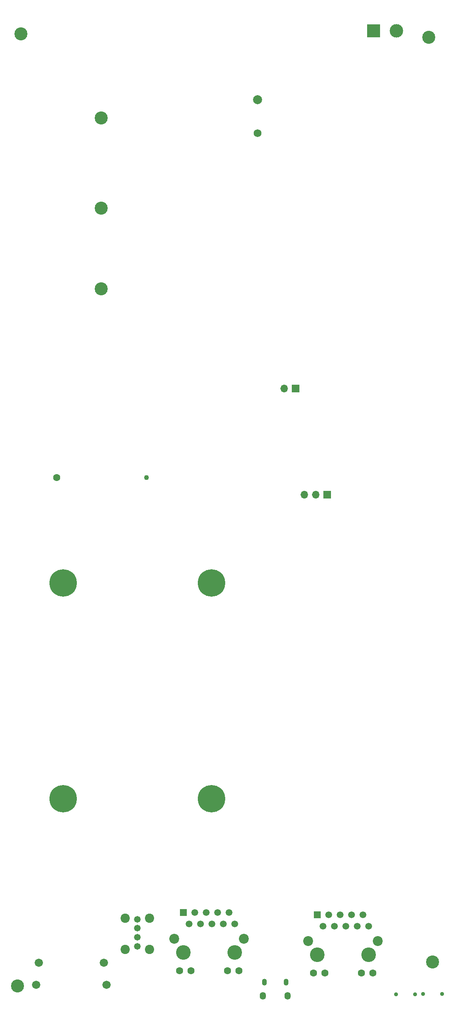
<source format=gbr>
%TF.GenerationSoftware,KiCad,Pcbnew,8.0.6*%
%TF.CreationDate,2025-01-01T18:14:05+00:00*%
%TF.ProjectId,srvant-mk2,73727661-6e74-42d6-9d6b-322e6b696361,rev?*%
%TF.SameCoordinates,Original*%
%TF.FileFunction,Soldermask,Bot*%
%TF.FilePolarity,Negative*%
%FSLAX46Y46*%
G04 Gerber Fmt 4.6, Leading zero omitted, Abs format (unit mm)*
G04 Created by KiCad (PCBNEW 8.0.6) date 2025-01-01 18:14:05*
%MOMM*%
%LPD*%
G01*
G04 APERTURE LIST*
%ADD10R,1.700000X1.700000*%
%ADD11O,1.700000X1.700000*%
%ADD12C,2.900000*%
%ADD13C,1.473200*%
%ADD14C,2.057400*%
%ADD15C,0.900000*%
%ADD16C,1.752600*%
%ADD17C,2.006600*%
%ADD18C,3.250000*%
%ADD19R,1.500000X1.500000*%
%ADD20C,1.500000*%
%ADD21C,1.600000*%
%ADD22C,2.200000*%
%ADD23C,1.828800*%
%ADD24C,6.100000*%
%ADD25O,1.350000X1.700000*%
%ADD26O,1.100000X1.500000*%
%ADD27R,3.000000X3.000000*%
%ADD28C,3.000000*%
%ADD29C,1.092200*%
%ADD30C,1.600200*%
G04 APERTURE END LIST*
D10*
%TO.C,J3*%
X-46760000Y-106400000D03*
D11*
X-49300000Y-106400000D03*
X-51840000Y-106400000D03*
%TD*%
D12*
%TO.C,H1*%
X-97000000Y-60600000D03*
%TD*%
D13*
%TO.C,J11*%
X-88988349Y-206857350D03*
X-88988349Y-204857351D03*
X-88988349Y-202857350D03*
X-88988349Y-200857352D03*
D14*
X-91708349Y-207587351D03*
X-86268349Y-207587351D03*
X-91708349Y-200587350D03*
X-86268349Y-200587350D03*
%TD*%
D15*
%TO.C,SW4*%
X-31425000Y-217600000D03*
X-27175000Y-217600000D03*
%TD*%
D16*
%TO.C,BT1*%
X-62200000Y-26000000D03*
D17*
X-62200000Y-18550091D03*
%TD*%
D12*
%TO.C,H6*%
X-23300000Y-210400000D03*
%TD*%
D15*
%TO.C,SW1*%
X-25425000Y-217500000D03*
X-21175000Y-217500000D03*
%TD*%
D12*
%TO.C,H5*%
X-115700000Y-215700000D03*
%TD*%
%TO.C,H7*%
X-24100000Y-4600000D03*
%TD*%
D18*
%TO.C,J5*%
X-48915000Y-208730000D03*
X-37485000Y-208730000D03*
D19*
X-48915000Y-199840000D03*
D20*
X-47645000Y-202380000D03*
X-46375000Y-199840000D03*
X-45105000Y-202380000D03*
X-43835000Y-199840000D03*
X-42565000Y-202380000D03*
X-41295000Y-199840000D03*
X-40025000Y-202380000D03*
X-38755000Y-199840000D03*
X-37485000Y-202380000D03*
D21*
X-49830000Y-212810000D03*
X-47290000Y-212810000D03*
X-39110000Y-212810000D03*
X-36570000Y-212810000D03*
D22*
X-50945000Y-205680000D03*
X-35455000Y-205680000D03*
%TD*%
D23*
%TO.C,J10*%
X-110949998Y-210569999D03*
X-96450002Y-210569999D03*
X-111550000Y-215470000D03*
X-95850000Y-215470000D03*
%TD*%
D12*
%TO.C,H2*%
X-97000000Y-42600000D03*
%TD*%
D24*
%TO.C,Module1*%
X-72500000Y-174000000D03*
X-72500000Y-126000000D03*
X-105500000Y-174000000D03*
X-105500000Y-126000000D03*
%TD*%
D18*
%TO.C,J9*%
X-78715000Y-208220000D03*
X-67285000Y-208220000D03*
D19*
X-78715000Y-199330000D03*
D20*
X-77445000Y-201870000D03*
X-76175000Y-199330000D03*
X-74905000Y-201870000D03*
X-73635000Y-199330000D03*
X-72365000Y-201870000D03*
X-71095000Y-199330000D03*
X-69825000Y-201870000D03*
X-68555000Y-199330000D03*
X-67285000Y-201870000D03*
D21*
X-79630000Y-212300000D03*
X-77090000Y-212300000D03*
X-68910000Y-212300000D03*
X-66370000Y-212300000D03*
D22*
X-80745000Y-205170000D03*
X-65255000Y-205170000D03*
%TD*%
D12*
%TO.C,H4*%
X-114900000Y-3900000D03*
%TD*%
%TO.C,H3*%
X-97000000Y-22600000D03*
%TD*%
D25*
%TO.C,J4*%
X-61030000Y-217886600D03*
D26*
X-60720000Y-214886600D03*
X-55880000Y-214886600D03*
D25*
X-55570000Y-217886600D03*
%TD*%
D10*
%TO.C,J2*%
X-53770500Y-82734200D03*
D11*
X-56310500Y-82734200D03*
%TD*%
D27*
%TO.C,J12*%
X-36380000Y-3200000D03*
D28*
X-31300000Y-3200000D03*
%TD*%
D29*
%TO.C,J8*%
X-86923600Y-102608198D03*
D30*
X-106923601Y-102608198D03*
%TD*%
M02*

</source>
